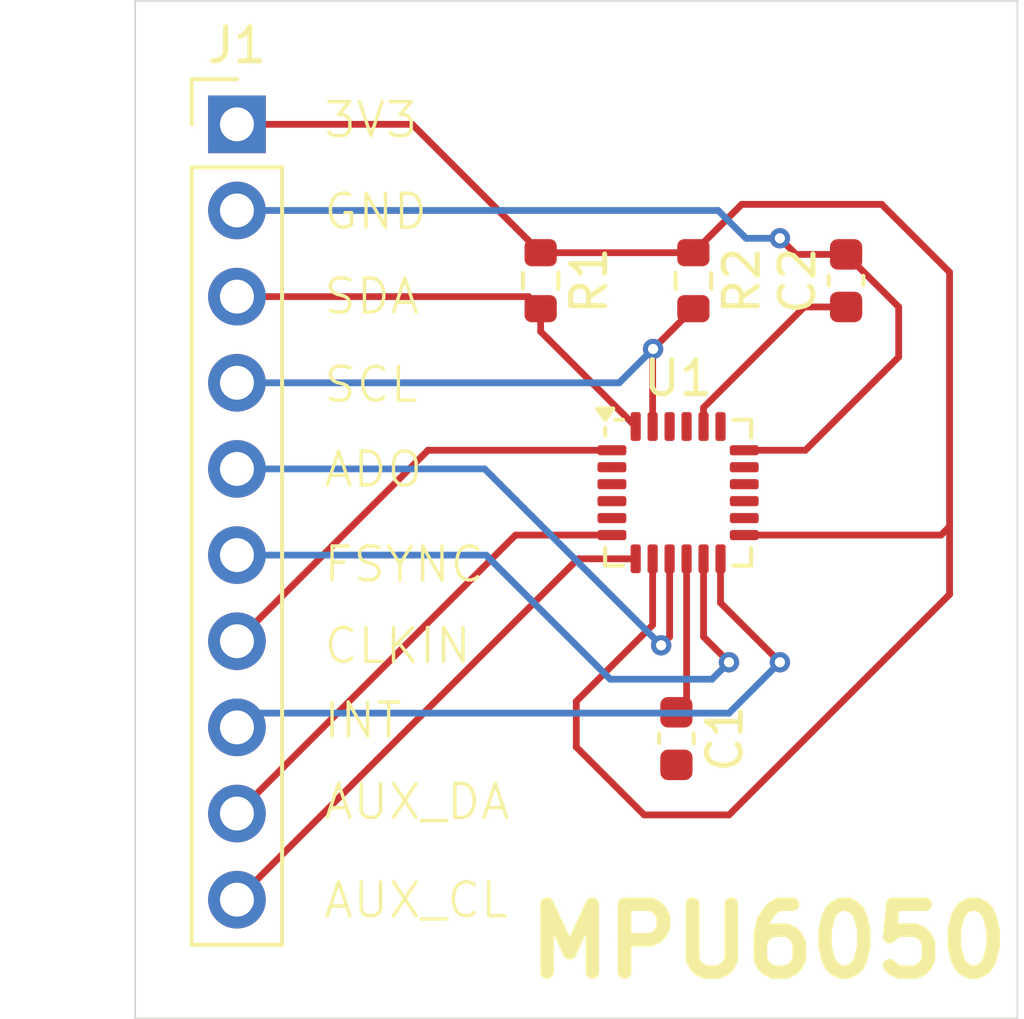
<source format=kicad_pcb>
(kicad_pcb (version 20240108) (generator "pcbnew") (generator_version "8.0")
  (layers (0 "F.Cu" signal) (31 "B.Cu" signal) (34 "B.Paste" user) (35 "F.Paste" user) (36 "B.SilkS" user "B.Silkscreen") (37 "F.SilkS" user "F.Silkscreen") (38 "B.Mask" user) (39 "F.Mask" user) (44 "Edge.Cuts" user))
  (net 0 "")
  (net 1 "Net-(U1-REGOUT)")
  (net 2 "GND")
  (net 3 "Net-(U1-CPOUT)")
  (net 4 "/FSYNC")
  (net 5 "/AUX_DA")
  (net 6 "/SDA")
  (net 7 "/INT")
  (net 8 "/ADO")
  (net 9 "/SCL")
  (net 10 "+3.3V")
  (net 11 "/CLKIN")
  (net 12 "/AUX_CL")
  (footprint "PinHeader_footprints:PinHeader_1x10_P2.54mm_Vertical" (layer "F.Cu") (at 146 75.64)
    (property "Reference" "J1" (at 0 -2.33 0) (layer "F.SilkS"))
    (property "Value" "Pin_Header_01x10")
    (fp_line (start -1.33 -1.33) (end 0 -1.33) (stroke (width 0.12)) (layer "F.SilkS"))
    (fp_line (start -1.33 0) (end -1.33 -1.33) (stroke (width 0.12)) (layer "F.SilkS"))
    (fp_line (start -1.33 1.27) (end -1.33 24.19) (stroke (width 0.12)) (layer "F.SilkS"))
    (fp_line (start -1.33 1.27) (end 1.33 1.27) (stroke (width 0.12)) (layer "F.SilkS"))
    (fp_line (start -1.33 24.19) (end 1.33 24.19) (stroke (width 0.12)) (layer "F.SilkS"))
    (fp_line (start 1.33 1.27) (end 1.33 24.19) (stroke (width 0.12)) (layer "F.SilkS"))
    (pad "1" thru_hole rect (at 0 0) (size 1.7 1.7) (drill 1) (layers "*.Cu" "*.Mask") (net 10 "+3.3V"))
    (pad "2" thru_hole oval (at 0 2.54) (size 1.7 1.7) (drill 1) (layers "*.Cu" "*.Mask") (net 2 "GND"))
    (pad "3" thru_hole oval (at 0 5.08) (size 1.7 1.7) (drill 1) (layers "*.Cu" "*.Mask") (net 6 "/SDA"))
    (pad "4" thru_hole oval (at 0 7.62) (size 1.7 1.7) (drill 1) (layers "*.Cu" "*.Mask") (net 9 "/SCL"))
    (pad "5" thru_hole oval (at 0 10.16) (size 1.7 1.7) (drill 1) (layers "*.Cu" "*.Mask") (net 8 "/ADO"))
    (pad "6" thru_hole oval (at 0 12.7) (size 1.7 1.7) (drill 1) (layers "*.Cu" "*.Mask") (net 4 "/FSYNC"))
    (pad "7" thru_hole oval (at 0 15.24) (size 1.7 1.7) (drill 1) (layers "*.Cu" "*.Mask") (net 11 "/CLKIN"))
    (pad "8" thru_hole oval (at 0 17.78) (size 1.7 1.7) (drill 1) (layers "*.Cu" "*.Mask") (net 7 "/INT"))
    (pad "9" thru_hole oval (at 0 20.32) (size 1.7 1.7) (drill 1) (layers "*.Cu" "*.Mask") (net 5 "/AUX_DA"))
    (pad "10" thru_hole oval (at 0 22.86) (size 1.7 1.7) (drill 1) (layers "*.Cu" "*.Mask") (net 12 "/AUX_CL"))
  )
  (footprint "Resistor_footprints:R_0603_1608Metric" (layer "F.Cu") (at 154.95 80.25 -90)
    (property "Reference" "R1" (at 0 -1.43 90) (layer "F.SilkS"))
    (property "Value" "10k")
    (fp_line (start -0.237258 0.5225) (end 0.237258 0.5225) (stroke (width 0.12)) (layer "F.SilkS"))
    (fp_line (start -0.237258 -0.5225) (end 0.237258 -0.5225) (stroke (width 0.12)) (layer "F.SilkS"))
    (pad "1" smd roundrect (at -0.825 0 270) (size 0.8 0.95) (layers "F.Cu" "F.Paste" "F.Mask") (net 10 "+3.3V"))
    (pad "2" smd roundrect (at 0.825 0 270) (size 0.8 0.95) (layers "F.Cu" "F.Paste" "F.Mask") (net 6 "/SDA"))
  )
  (footprint "Capacitor_footprints:C_0603_1608Metric" (layer "F.Cu") (at 158.95 93.75 -90)
    (property "Reference" "C1" (at 0 -1.43 90) (layer "F.SilkS"))
    (property "Value" "0.1uF")
    (fp_line (start -0.14058 0.51) (end 0.14058 0.51) (stroke (width 0.12)) (layer "F.SilkS"))
    (fp_line (start -0.14058 -0.51) (end 0.14058 -0.51) (stroke (width 0.12)) (layer "F.SilkS"))
    (pad "1" smd roundrect (at -0.775 0 270) (size 0.9 0.95) (layers "F.Cu" "F.Paste" "F.Mask") (net 1 "Net-(U1-REGOUT)"))
    (pad "2" smd roundrect (at 0.775 0 270) (size 0.9 0.95) (layers "F.Cu" "F.Paste" "F.Mask") (net 2 "GND"))
  )
  (footprint "Capacitor_footprints:C_0603_1608Metric" (layer "F.Cu") (at 163.95 80.25 90)
    (property "Reference" "C2" (at 0 -1.43 -90) (layer "F.SilkS"))
    (property "Value" "2.2uF")
    (fp_line (start -0.14058 -0.51) (end 0.14058 -0.51) (stroke (width 0.12)) (layer "F.SilkS"))
    (fp_line (start -0.14058 0.51) (end 0.14058 0.51) (stroke (width 0.12)) (layer "F.SilkS"))
    (pad "1" smd roundrect (at -0.775 0 90) (size 0.9 0.95) (layers "F.Cu" "F.Paste" "F.Mask") (net 3 "Net-(U1-CPOUT)"))
    (pad "2" smd roundrect (at 0.775 0 90) (size 0.9 0.95) (layers "F.Cu" "F.Paste" "F.Mask") (net 2 "GND"))
  )
  (footprint "Resistor_footprints:R_0603_1608Metric" (layer "F.Cu") (at 159.45 80.25 -90)
    (property "Reference" "R2" (at 0 -1.43 90) (layer "F.SilkS"))
    (property "Value" "10k")
    (fp_line (start -0.237258 0.5225) (end 0.237258 0.5225) (stroke (width 0.12)) (layer "F.SilkS"))
    (fp_line (start -0.237258 -0.5225) (end 0.237258 -0.5225) (stroke (width 0.12)) (layer "F.SilkS"))
    (pad "1" smd roundrect (at -0.825 0 270) (size 0.8 0.95) (layers "F.Cu" "F.Paste" "F.Mask") (net 10 "+3.3V"))
    (pad "2" smd roundrect (at 0.825 0 270) (size 0.8 0.95) (layers "F.Cu" "F.Paste" "F.Mask") (net 9 "/SCL"))
  )
  (footprint "MPU6050_footprint:InvenSense_QFN-24_4x4mm_P0.5mm" (layer "F.Cu") (at 159 86.5)
    (property "Reference" "U1" (at 0 -3.375 0) (layer "F.SilkS"))
    (property "Value" "MPU-6050")
    (fp_line (start -2.15 -1.685) (end -2.15 -1.91) (stroke (width 0.12)) (layer "F.SilkS"))
    (fp_line (start -2.15 2.15) (end -2.15 1.625) (stroke (width 0.12)) (layer "F.SilkS"))
    (fp_line (start -2.15 2.15) (end -1.625 2.15) (stroke (width 0.12)) (layer "F.SilkS"))
    (fp_line (start -1.625 -2.15) (end -1.85 -2.15) (stroke (width 0.12)) (layer "F.SilkS"))
    (fp_line (start 2.15 -2.15) (end 1.625 -2.15) (stroke (width 0.12)) (layer "F.SilkS"))
    (fp_line (start 2.15 -2.15) (end 2.15 -1.625) (stroke (width 0.12)) (layer "F.SilkS"))
    (fp_line (start 2.15 2.15) (end 1.625 2.15) (stroke (width 0.12)) (layer "F.SilkS"))
    (fp_line (start 2.15 2.15) (end 2.15 1.625) (stroke (width 0.12)) (layer "F.SilkS"))
    (fp_poly (pts (xy -2.15 -2.15) (xy -2.39 -2.48) (xy -1.91 -2.48) (xy -2.15 -2.15)) (stroke (width 0.12)) (fill solid) (layer "F.SilkS"))
    (pad "1" smd roundrect (at -1.95 -1.25) (size 0.85 0.3) (layers "F.Cu" "F.Paste" "F.Mask") (net 11 "/CLKIN"))
    (pad "2" smd roundrect (at -1.95 -0.75) (size 0.85 0.3) (layers "F.Cu" "F.Paste" "F.Mask"))
    (pad "3" smd roundrect (at -1.95 -0.25) (size 0.85 0.3) (layers "F.Cu" "F.Paste" "F.Mask"))
    (pad "4" smd roundrect (at -1.95 0.25) (size 0.85 0.3) (layers "F.Cu" "F.Paste" "F.Mask"))
    (pad "5" smd roundrect (at -1.95 0.75) (size 0.85 0.3) (layers "F.Cu" "F.Paste" "F.Mask"))
    (pad "6" smd roundrect (at -1.95 1.25) (size 0.85 0.3) (layers "F.Cu" "F.Paste" "F.Mask") (net 5 "/AUX_DA"))
    (pad "7" smd roundrect (at -1.25 1.95 90) (size 0.85 0.3) (layers "F.Cu" "F.Paste" "F.Mask") (net 12 "/AUX_CL"))
    (pad "8" smd roundrect (at -0.75 1.95 90) (size 0.85 0.3) (layers "F.Cu" "F.Paste" "F.Mask") (net 10 "+3.3V"))
    (pad "9" smd roundrect (at -0.25 1.95 90) (size 0.85 0.3) (layers "F.Cu" "F.Paste" "F.Mask") (net 8 "/ADO"))
    (pad "10" smd roundrect (at 0.25 1.95 90) (size 0.85 0.3) (layers "F.Cu" "F.Paste" "F.Mask") (net 1 "Net-(U1-REGOUT)"))
    (pad "11" smd roundrect (at 0.75 1.95 90) (size 0.85 0.3) (layers "F.Cu" "F.Paste" "F.Mask") (net 4 "/FSYNC"))
    (pad "12" smd roundrect (at 1.25 1.95 90) (size 0.85 0.3) (layers "F.Cu" "F.Paste" "F.Mask") (net 7 "/INT"))
    (pad "13" smd roundrect (at 1.95 1.25) (size 0.85 0.3) (layers "F.Cu" "F.Paste" "F.Mask") (net 10 "+3.3V"))
    (pad "14" smd roundrect (at 1.95 0.75) (size 0.85 0.3) (layers "F.Cu" "F.Paste" "F.Mask"))
    (pad "15" smd roundrect (at 1.95 0.25) (size 0.85 0.3) (layers "F.Cu" "F.Paste" "F.Mask"))
    (pad "16" smd roundrect (at 1.95 -0.25) (size 0.85 0.3) (layers "F.Cu" "F.Paste" "F.Mask"))
    (pad "17" smd roundrect (at 1.95 -0.75) (size 0.85 0.3) (layers "F.Cu" "F.Paste" "F.Mask"))
    (pad "18" smd roundrect (at 1.95 -1.25) (size 0.85 0.3) (layers "F.Cu" "F.Paste" "F.Mask") (net 2 "GND"))
    (pad "19" smd roundrect (at 1.25 -1.95 90) (size 0.85 0.3) (layers "F.Cu" "F.Paste" "F.Mask"))
    (pad "20" smd roundrect (at 0.75 -1.95 90) (size 0.85 0.3) (layers "F.Cu" "F.Paste" "F.Mask") (net 3 "Net-(U1-CPOUT)"))
    (pad "21" smd roundrect (at 0.25 -1.95 90) (size 0.85 0.3) (layers "F.Cu" "F.Paste" "F.Mask"))
    (pad "22" smd roundrect (at -0.25 -1.95 90) (size 0.85 0.3) (layers "F.Cu" "F.Paste" "F.Mask"))
    (pad "23" smd roundrect (at -0.75 -1.95 90) (size 0.85 0.3) (layers "F.Cu" "F.Paste" "F.Mask") (net 9 "/SCL"))
    (pad "24" smd roundrect (at -1.25 -1.95 90) (size 0.85 0.3) (layers "F.Cu" "F.Paste" "F.Mask") (net 6 "/SDA"))
  )
  (gr_line (start 143 72) (end 169 72) (stroke (width 0.05)) (layer "Edge.Cuts"))
  (gr_line (start 169 72) (end 169 102) (stroke (width 0.05)) (layer "Edge.Cuts"))
  (gr_line (start 143 102) (end 143 72) (stroke (width 0.05)) (layer "Edge.Cuts"))
  (gr_line (start 169 102) (end 143 102) (stroke (width 0.05)) (layer "Edge.Cuts"))
  (gr_text "AUX_CL" (at 148.5 99.1 0) (layer "F.SilkS") (effects (font (size 1 1) (thickness 0.1)) (justify left bottom)))
  (gr_text "FSYNC" (at 148.5 89.2 0) (layer "F.SilkS") (effects (font (size 1 1) (thickness 0.1)) (justify left bottom)))
  (gr_text "SDA" (at 148.5 81.3 0) (layer "F.SilkS") (effects (font (size 1 1) (thickness 0.1)) (justify left bottom)))
  (gr_text "GND" (at 148.5 78.8 0) (layer "F.SilkS") (effects (font (size 1 1) (thickness 0.1)) (justify left bottom)))
  (gr_text "SCL" (at 148.5 83.9 0) (layer "F.SilkS") (effects (font (size 1 1) (thickness 0.1)) (justify left bottom)))
  (gr_text "MPU6050" (at 154.4 100.9 0) (layer "F.SilkS") (effects (font (size 2 2) (thickness 0.4) (bold yes)) (justify left bottom)))
  (gr_text "INT" (at 148.5 93.8 0) (layer "F.SilkS") (effects (font (size 1 1) (thickness 0.1)) (justify left bottom)))
  (gr_text "3V3" (at 148.5 76.1 0) (layer "F.SilkS") (effects (font (size 1 1) (thickness 0.1)) (justify left bottom)))
  (gr_text "CLKIN" (at 148.5 91.6 0) (layer "F.SilkS") (effects (font (size 1 1) (thickness 0.1)) (justify left bottom)))
  (gr_text "ADO" (at 148.5 86.4 0) (layer "F.SilkS") (effects (font (size 1 1) (thickness 0.1)) (justify left bottom)))
  (gr_text "AUX_DA" (at 148.5 96.2 0) (layer "F.SilkS") (effects (font (size 1 1) (thickness 0.1)) (justify left bottom)))
  (segment (start 158.95 92.975) (end 159.25 92.675) (width 0.2) (layer "F.Cu") (net 1))
  (segment (start 159.25 92.675) (end 159.25 88.45) (width 0.2) (layer "F.Cu") (net 1))
  (segment (start 162.75 85.25) (end 165.5 82.5) (width 0.2) (layer "F.Cu") (net 2))
  (segment (start 162.475 79.475) (end 162 79) (width 0.2) (layer "F.Cu") (net 2))
  (segment (start 165.5 82.5) (end 165.5 81.025) (width 0.2) (layer "F.Cu") (net 2))
  (segment (start 165.5 81.025) (end 163.95 79.475) (width 0.2) (layer "F.Cu") (net 2))
  (segment (start 163.95 79.475) (end 162.475 79.475) (width 0.2) (layer "F.Cu") (net 2))
  (segment (start 160.95 85.25) (end 162.75 85.25) (width 0.2) (layer "F.Cu") (net 2))
  (via (at 162 79) (size 0.6) (drill 0.3) (layers "F.Cu" "B.Cu") (net 2))
  (segment (start 162 79) (end 161 79) (width 0.2) (layer "B.Cu") (net 2))
  (segment (start 161 79) (end 160.18 78.18) (width 0.2) (layer "B.Cu") (net 2))
  (segment (start 160.18 78.18) (end 146 78.18) (width 0.2) (layer "B.Cu") (net 2))
  (segment (start 159.75 83.99259) (end 159.75 84.55) (width 0.2) (layer "F.Cu") (net 3))
  (segment (start 162.71759 81.025) (end 159.75 83.99259) (width 0.2) (layer "F.Cu") (net 3))
  (segment (start 163.95 81.025) (end 162.71759 81.025) (width 0.2) (layer "F.Cu") (net 3))
  (segment (start 160.5 91.5) (end 159.75 90.75) (width 0.2) (layer "F.Cu") (net 4))
  (segment (start 159.75 90.75) (end 159.75 88.45) (width 0.2) (layer "F.Cu") (net 4))
  (via (at 160.5 91.5) (size 0.6) (drill 0.3) (layers "F.Cu" "B.Cu") (net 4))
  (segment (start 160 92) (end 160.5 91.5) (width 0.2) (layer "B.Cu") (net 4))
  (segment (start 146 88.34) (end 153.34 88.34) (width 0.2) (layer "B.Cu") (net 4))
  (segment (start 153.34 88.34) (end 157 92) (width 0.2) (layer "B.Cu") (net 4))
  (segment (start 157 92) (end 160 92) (width 0.2) (layer "B.Cu") (net 4))
  (segment (start 146 95.96) (end 154.21 87.75) (width 0.2) (layer "F.Cu") (net 5))
  (segment (start 154.21 87.75) (end 157.05 87.75) (width 0.2) (layer "F.Cu") (net 5))
  (segment (start 154.595 80.72) (end 154.95 81.075) (width 0.2) (layer "F.Cu") (net 6))
  (segment (start 154.95 81.75) (end 157.75 84.55) (width 0.2) (layer "F.Cu") (net 6))
  (segment (start 154.95 81.075) (end 154.95 81.75) (width 0.2) (layer "F.Cu") (net 6))
  (segment (start 146 80.72) (end 154.595 80.72) (width 0.2) (layer "F.Cu") (net 6))
  (segment (start 160.25 89.75) (end 160.25 88.45) (width 0.2) (layer "F.Cu") (net 7))
  (segment (start 162 91.5) (end 160.25 89.75) (width 0.2) (layer "F.Cu") (net 7))
  (via (at 162 91.5) (size 0.6) (drill 0.3) (layers "F.Cu" "B.Cu") (net 7))
  (segment (start 160.5 93) (end 162 91.5) (width 0.2) (layer "B.Cu") (net 7))
  (segment (start 146 93.42) (end 146.42 93) (width 0.2) (layer "B.Cu") (net 7))
  (segment (start 146.42 93) (end 160.5 93) (width 0.2) (layer "B.Cu") (net 7))
  (segment (start 158.75 90.75) (end 158.75 88.45) (width 0.2) (layer "F.Cu") (net 8))
  (segment (start 158.5 91) (end 158.75 90.75) (width 0.2) (layer "F.Cu") (net 8))
  (via (at 158.5 91) (size 0.6) (drill 0.3) (layers "F.Cu" "B.Cu") (net 8))
  (segment (start 146 85.8) (end 153.3 85.8) (width 0.2) (layer "B.Cu") (net 8))
  (segment (start 153.3 85.8) (end 158.5 91) (width 0.2) (layer "B.Cu") (net 8))
  (segment (start 159.45 81.075) (end 158.2625 82.2625) (width 0.2) (layer "F.Cu") (net 9))
  (segment (start 158.2625 82.2625) (end 158.25 82.275) (width 0.2) (layer "F.Cu") (net 9))
  (segment (start 158.25 82.275) (end 158.25 84.55) (width 0.2) (layer "F.Cu") (net 9))
  (via (at 158.2625 82.2625) (size 0.6) (drill 0.3) (layers "F.Cu" "B.Cu") (net 9))
  (segment (start 146 83.26) (end 157.265 83.26) (width 0.2) (layer "B.Cu") (net 9))
  (segment (start 157.265 83.26) (end 158.2625 82.2625) (width 0.2) (layer "B.Cu") (net 9))
  (segment (start 167 87.5) (end 167 80) (width 0.2) (layer "F.Cu") (net 10))
  (segment (start 151.165 75.64) (end 154.95 79.425) (width 0.2) (layer "F.Cu") (net 10))
  (segment (start 156 94) (end 158 96) (width 0.2) (layer "F.Cu") (net 10))
  (segment (start 159.45 79.425) (end 154.95 79.425) (width 0.2) (layer "F.Cu") (net 10))
  (segment (start 166.75 87.75) (end 167 87.5) (width 0.2) (layer "F.Cu") (net 10))
  (segment (start 165 78) (end 160.875 78) (width 0.2) (layer "F.Cu") (net 10))
  (segment (start 167 89.5) (end 167 87.5) (width 0.2) (layer "F.Cu") (net 10))
  (segment (start 158 96) (end 160.5 96) (width 0.2) (layer "F.Cu") (net 10))
  (segment (start 146 75.64) (end 151.165 75.64) (width 0.2) (layer "F.Cu") (net 10))
  (segment (start 158.25 88.45) (end 158.25 90.401471) (width 0.2) (layer "F.Cu") (net 10))
  (segment (start 156 92.651471) (end 156 94) (width 0.2) (layer "F.Cu") (net 10))
  (segment (start 160.95 87.75) (end 166.75 87.75) (width 0.2) (layer "F.Cu") (net 10))
  (segment (start 160.5 96) (end 167 89.5) (width 0.2) (layer "F.Cu") (net 10))
  (segment (start 167 80) (end 165 78) (width 0.2) (layer "F.Cu") (net 10))
  (segment (start 160.875 78) (end 159.45 79.425) (width 0.2) (layer "F.Cu") (net 10))
  (segment (start 158.25 90.401471) (end 156 92.651471) (width 0.2) (layer "F.Cu") (net 10))
  (segment (start 151.63 85.25) (end 146 90.88) (width 0.2) (layer "F.Cu") (net 11))
  (segment (start 157.05 85.25) (end 151.63 85.25) (width 0.2) (layer "F.Cu") (net 11))
  (segment (start 156.05 88.45) (end 157.75 88.45) (width 0.2) (layer "F.Cu") (net 12))
  (segment (start 146 98.5) (end 156.05 88.45) (width 0.2) (layer "F.Cu") (net 12))
)
</source>
